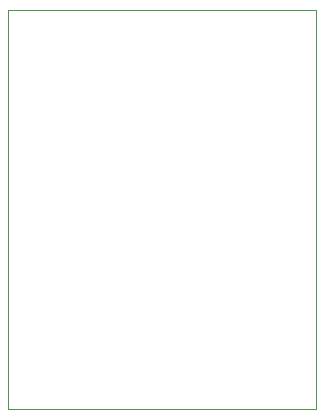
<source format=gbr>
G04 #@! TF.GenerationSoftware,KiCad,Pcbnew,5.1.6*
G04 #@! TF.CreationDate,2020-09-10T16:33:30+02:00*
G04 #@! TF.ProjectId,LORA_ATTINY84,4c4f5241-5f41-4545-9449-4e5938342e6b,rev?*
G04 #@! TF.SameCoordinates,Original*
G04 #@! TF.FileFunction,Profile,NP*
%FSLAX46Y46*%
G04 Gerber Fmt 4.6, Leading zero omitted, Abs format (unit mm)*
G04 Created by KiCad (PCBNEW 5.1.6) date 2020-09-10 16:33:30*
%MOMM*%
%LPD*%
G01*
G04 APERTURE LIST*
G04 #@! TA.AperFunction,Profile*
%ADD10C,0.050000*%
G04 #@! TD*
G04 APERTURE END LIST*
D10*
X92075000Y-79476600D02*
X66065400Y-79476600D01*
X66040000Y-45745400D02*
X66040000Y-45897800D01*
X92100400Y-45745400D02*
X66040000Y-45745400D01*
X92100400Y-45872400D02*
X92100400Y-45745400D01*
X66040000Y-45897800D02*
X66040000Y-46228000D01*
X92100400Y-46228000D02*
X92100400Y-45872400D01*
X92100400Y-46228000D02*
X92075000Y-79476600D01*
X66040000Y-46228000D02*
X66065400Y-79476600D01*
M02*

</source>
